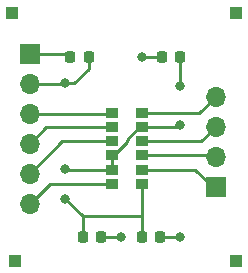
<source format=gbr>
G04 #@! TF.GenerationSoftware,KiCad,Pcbnew,8.0.01-1-dev-1e03266dfe*
G04 #@! TF.CreationDate,2024-03-02T01:45:02-08:00*
G04 #@! TF.ProjectId,sfh7072_breakoutboard,73666837-3037-4325-9f62-7265616b6f75,rev?*
G04 #@! TF.SameCoordinates,Original*
G04 #@! TF.FileFunction,Copper,L1,Top*
G04 #@! TF.FilePolarity,Positive*
%FSLAX46Y46*%
G04 Gerber Fmt 4.6, Leading zero omitted, Abs format (unit mm)*
G04 Created by KiCad (PCBNEW 8.0.01-1-dev-1e03266dfe) date 2024-03-02 01:45:02*
%MOMM*%
%LPD*%
G01*
G04 APERTURE LIST*
G04 Aperture macros list*
%AMRoundRect*
0 Rectangle with rounded corners*
0 $1 Rounding radius*
0 $2 $3 $4 $5 $6 $7 $8 $9 X,Y pos of 4 corners*
0 Add a 4 corners polygon primitive as box body*
4,1,4,$2,$3,$4,$5,$6,$7,$8,$9,$2,$3,0*
0 Add four circle primitives for the rounded corners*
1,1,$1+$1,$2,$3*
1,1,$1+$1,$4,$5*
1,1,$1+$1,$6,$7*
1,1,$1+$1,$8,$9*
0 Add four rect primitives between the rounded corners*
20,1,$1+$1,$2,$3,$4,$5,0*
20,1,$1+$1,$4,$5,$6,$7,0*
20,1,$1+$1,$6,$7,$8,$9,0*
20,1,$1+$1,$8,$9,$2,$3,0*%
G04 Aperture macros list end*
G04 #@! TA.AperFunction,ComponentPad*
%ADD10R,1.700000X1.700000*%
G04 #@! TD*
G04 #@! TA.AperFunction,ComponentPad*
%ADD11O,1.700000X1.700000*%
G04 #@! TD*
G04 #@! TA.AperFunction,ComponentPad*
%ADD12R,1.000000X1.000000*%
G04 #@! TD*
G04 #@! TA.AperFunction,SMDPad,CuDef*
%ADD13RoundRect,0.225000X-0.225000X-0.250000X0.225000X-0.250000X0.225000X0.250000X-0.225000X0.250000X0*%
G04 #@! TD*
G04 #@! TA.AperFunction,SMDPad,CuDef*
%ADD14RoundRect,0.225000X0.225000X0.250000X-0.225000X0.250000X-0.225000X-0.250000X0.225000X-0.250000X0*%
G04 #@! TD*
G04 #@! TA.AperFunction,SMDPad,CuDef*
%ADD15R,1.000000X0.900000*%
G04 #@! TD*
G04 #@! TA.AperFunction,ViaPad*
%ADD16C,0.800000*%
G04 #@! TD*
G04 #@! TA.AperFunction,Conductor*
%ADD17C,0.250000*%
G04 #@! TD*
G04 APERTURE END LIST*
D10*
X24000000Y-20250000D03*
D11*
X24000000Y-22790000D03*
X24000000Y-25330000D03*
X24000000Y-27870000D03*
X24000000Y-30410000D03*
X24000000Y-32950000D03*
D10*
X39750000Y-31500000D03*
D11*
X39750000Y-28960000D03*
X39750000Y-26420000D03*
X39750000Y-23880000D03*
D12*
X41500000Y-37750000D03*
X41500000Y-16750000D03*
D13*
X33500000Y-35750000D03*
X35050000Y-35750000D03*
D14*
X36750000Y-20500000D03*
X35200000Y-20500000D03*
D13*
X28500000Y-35750000D03*
X30050000Y-35750000D03*
D12*
X22750000Y-37750000D03*
D14*
X29000000Y-20500000D03*
X27450000Y-20500000D03*
D12*
X22500000Y-16750000D03*
D15*
X31000000Y-25250000D03*
X31000000Y-26450000D03*
X31000000Y-27650000D03*
X31000000Y-28850000D03*
X31000000Y-30050000D03*
X31000000Y-31250000D03*
X33500000Y-31250000D03*
X33500000Y-30050000D03*
X33500000Y-28850000D03*
X33500000Y-27650000D03*
X33500000Y-26450000D03*
X33500000Y-25250000D03*
D16*
X36750000Y-35750000D03*
X31750000Y-35750000D03*
X33500000Y-20500000D03*
X27000000Y-32500000D03*
X27000000Y-22750000D03*
X36750000Y-23000000D03*
X27000000Y-30000000D03*
X36750000Y-26250000D03*
D17*
X35050000Y-35750000D02*
X36750000Y-35750000D01*
X30050000Y-35750000D02*
X31750000Y-35750000D01*
X27200000Y-20250000D02*
X27450000Y-20500000D01*
X35200000Y-20500000D02*
X33500000Y-20500000D01*
X24000000Y-20250000D02*
X27200000Y-20250000D01*
X29000000Y-21500000D02*
X29000000Y-20500000D01*
X31000000Y-28850000D02*
X31000000Y-30050000D01*
X28500000Y-34000000D02*
X27000000Y-32500000D01*
X24000000Y-22790000D02*
X26960000Y-22790000D01*
X28450000Y-35800000D02*
X28500000Y-35750000D01*
X27750000Y-22750000D02*
X29000000Y-21500000D01*
X33500000Y-33000000D02*
X33500000Y-31250000D01*
X31150000Y-28850000D02*
X32250000Y-27750000D01*
X27050000Y-30050000D02*
X27000000Y-30000000D01*
X26750000Y-22750000D02*
X26710000Y-22790000D01*
X33300000Y-26450000D02*
X33500000Y-26450000D01*
X31000000Y-28850000D02*
X31150000Y-28850000D01*
X31000000Y-30050000D02*
X27050000Y-30050000D01*
X33500000Y-26450000D02*
X36550000Y-26450000D01*
X27000000Y-22750000D02*
X27750000Y-22750000D01*
X33500000Y-34000000D02*
X33500000Y-33000000D01*
X28500000Y-35750000D02*
X28500000Y-34000000D01*
X36550000Y-26450000D02*
X36750000Y-26250000D01*
X33500000Y-34000000D02*
X28500000Y-34000000D01*
X32250000Y-27750000D02*
X32250000Y-27500000D01*
X33500000Y-34000000D02*
X33500000Y-35750000D01*
X36750000Y-23000000D02*
X36750000Y-20500000D01*
X26960000Y-22790000D02*
X27000000Y-22750000D01*
X32250000Y-27500000D02*
X33300000Y-26450000D01*
X30920000Y-25330000D02*
X31000000Y-25250000D01*
X24000000Y-25330000D02*
X30920000Y-25330000D01*
X25700000Y-31250000D02*
X31000000Y-31250000D01*
X24000000Y-32950000D02*
X25700000Y-31250000D01*
X25420000Y-26450000D02*
X31000000Y-26450000D01*
X24000000Y-27870000D02*
X25420000Y-26450000D01*
X30900000Y-27750000D02*
X31000000Y-27650000D01*
X24000000Y-30410000D02*
X26760000Y-27650000D01*
X26760000Y-27650000D02*
X31000000Y-27650000D01*
X39750000Y-31500000D02*
X39500000Y-31500000D01*
X39500000Y-31500000D02*
X38050000Y-30050000D01*
X38050000Y-30050000D02*
X33500000Y-30050000D01*
X39640000Y-28850000D02*
X39750000Y-28960000D01*
X33500000Y-28850000D02*
X39640000Y-28850000D01*
X38520000Y-27650000D02*
X39750000Y-26420000D01*
X33500000Y-27650000D02*
X38520000Y-27650000D01*
X38380000Y-25250000D02*
X39750000Y-23880000D01*
X33500000Y-25250000D02*
X38380000Y-25250000D01*
M02*

</source>
